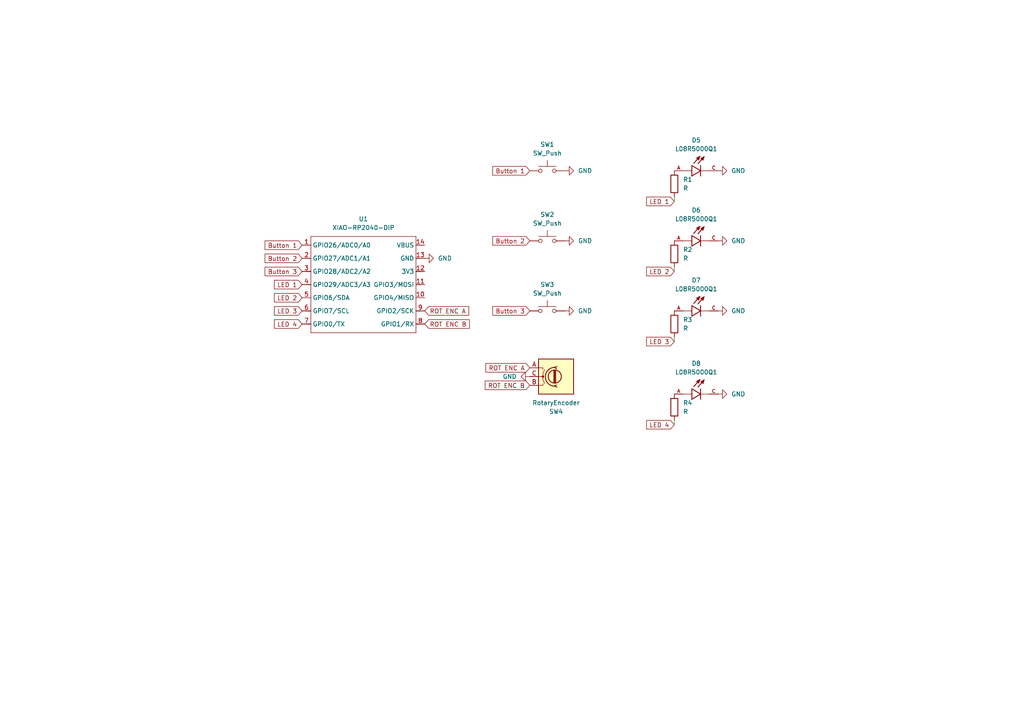
<source format=kicad_sch>
(kicad_sch (version 20250114) (generator "eeschema") (generator_version "9.0")
  (paper "A4")
  (lib_symbols
    (symbol "Device:R" (pin_numbers (hide yes)) (pin_names (offset 0))
      (property "Reference" "R" (at 2.032 0 90))
      (property "Value" "R" (at 0 0 90))
      (symbol "R_0_1"
        (rectangle (start -1.016 -2.54) (end 1.016 2.54) (stroke (width 0.254)))
      )
      (symbol "R_1_1"
        (pin passive line (at 0 3.81 270) (length 1.27) (name "~") (number "1"))
        (pin passive line (at 0 -3.81 90) (length 1.27) (name "~") (number "2"))
      )
    )
    (symbol "Device:RotaryEncoder" (pin_names (offset 0.254) (hide yes))
      (property "Reference" "SW" (at 0 6.604 0))
      (property "Value" "RotaryEncoder" (at 0 -6.604 0))
      (symbol "RotaryEncoder_0_1"
        (rectangle (start -5.08 5.08) (end 5.08 -5.08) (stroke (width 0.254)) (fill (type background)))
        (polyline (pts (xy -5.08 2.54) (xy -3.81 2.54) (xy -3.81 2.032)))
        (polyline (pts (xy -5.08 0) (xy -3.81 0) (xy -3.81 -1.016) (xy -3.302 -2.032)))
        (polyline (pts (xy -5.08 -2.54) (xy -3.81 -2.54) (xy -3.81 -2.032)))
        (polyline (pts (xy -4.318 0) (xy -3.81 0) (xy -3.81 1.016) (xy -3.302 2.032)))
        (circle (center -3.81 0) (radius 0.254) (fill (type outline)))
        (polyline (pts (xy -0.635 -1.778) (xy -0.635 1.778)) (stroke (width 0.254)))
        (circle (center -0.381 0) (radius 1.905) (stroke (width 0.254)))
        (polyline (pts (xy -0.381 -1.778) (xy -0.381 1.778)) (stroke (width 0.254)))
        (arc (start -0.381 -2.794) (mid -3.0988 -0.0635) (end -0.381 2.667) (stroke (width 0.254)))
        (polyline (pts (xy -0.127 1.778) (xy -0.127 -1.778)) (stroke (width 0.254)))
        (polyline (pts (xy 0.254 2.921) (xy -0.508 2.667) (xy 0.127 2.286)) (stroke (width 0.254)))
        (polyline (pts (xy 0.254 -3.048) (xy -0.508 -2.794) (xy 0.127 -2.413)) (stroke (width 0.254)))
      )
      (symbol "RotaryEncoder_1_1"
        (pin passive line (at -7.62 2.54 0) (length 2.54) (name "A") (number "A"))
        (pin passive line (at -7.62 0 0) (length 2.54) (name "C") (number "C"))
        (pin passive line (at -7.62 -2.54 0) (length 2.54) (name "B") (number "B"))
      )
    )
    (symbol "L08R5000Q1:L08R5000Q1" (pin_names (offset 1.016))
      (property "Reference" "D" (at -3.0988 4.4958 0))
      (property "Value" "L08R5000Q1" (at -3.556 -3.302 0))
      (symbol "L08R5000Q1_0_0"
        (polyline (pts (xy -2.54 1.524) (xy -2.54 0)) (stroke (width 0.254)))
        (polyline (pts (xy -2.54 0) (xy -5.08 0)) (stroke (width 0.1524)))
        (polyline (pts (xy -2.54 0) (xy -2.54 -1.524)) (stroke (width 0.254)))
        (polyline (pts (xy -2.54 -1.524) (xy 0 0)) (stroke (width 0.254)))
        (polyline (pts (xy -1.1176 3.683) (xy -0.2286 4.1656)) (stroke (width 0.254)))
        (polyline (pts (xy -0.9398 3.6068) (xy -0.7112 3.7592)) (stroke (width 0.254)))
        (polyline (pts (xy -0.5588 3.2004) (xy -1.1176 3.683)) (stroke (width 0.254)))
        (polyline (pts (xy -0.5588 3.2004) (xy -0.5334 3.937)) (stroke (width 0.254)))
        (polyline (pts (xy -0.5334 3.937) (xy -0.6604 3.937)) (stroke (width 0.254)))
        (polyline (pts (xy -0.2286 4.1656) (xy -2.0066 2.1336)) (stroke (width 0.254)))
        (polyline (pts (xy -0.2286 4.1656) (xy -0.5588 3.2004)) (stroke (width 0.254)))
        (polyline (pts (xy 0 1.524) (xy 0 0)) (stroke (width 0.254)))
        (polyline (pts (xy 0 0) (xy -2.54 1.524)) (stroke (width 0.254)))
        (polyline (pts (xy 0 0) (xy 0 -1.524)) (stroke (width 0.254)))
        (polyline (pts (xy 0.127 3.5814) (xy 1.016 4.064)) (stroke (width 0.254)))
        (polyline (pts (xy 0.3048 3.5052) (xy 0.5334 3.6576)) (stroke (width 0.254)))
        (polyline (pts (xy 0.6858 3.0988) (xy 0.127 3.5814)) (stroke (width 0.254)))
        (polyline (pts (xy 0.6858 3.0988) (xy 0.7112 3.8354)) (stroke (width 0.254)))
        (polyline (pts (xy 0.7112 3.8354) (xy 0.5842 3.8354)) (stroke (width 0.254)))
        (polyline (pts (xy 1.016 4.064) (xy -0.762 2.032)) (stroke (width 0.254)))
        (polyline (pts (xy 1.016 4.064) (xy 0.6858 3.0988)) (stroke (width 0.254)))
        (polyline (pts (xy 2.54 0) (xy 0 0)) (stroke (width 0.1524)))
        (pin passive line (at -7.62 0 0) (length 2.54) (name "~") (number "A"))
        (pin passive line (at 5.08 0 180) (length 2.54) (name "~") (number "C"))
      )
    )
    (symbol "OPL:XIAO-RP2040-DIP"
      (property "Reference" "U" (at 0 0 0))
      (property "Value" "XIAO-RP2040-DIP" (at 5.334 -1.778 0))
      (symbol "XIAO-RP2040-DIP_1_0"
        (polyline (pts (xy -1.27 -2.54) (xy 29.21 -2.54)) (stroke (width 0.1524)))
        (polyline (pts (xy -1.27 -5.08) (xy -2.54 -5.08)) (stroke (width 0.1524)))
        (polyline (pts (xy -1.27 -5.08) (xy -1.27 -2.54)) (stroke (width 0.1524)))
        (polyline (pts (xy -1.27 -8.89) (xy -2.54 -8.89)) (stroke (width 0.1524)))
        (polyline (pts (xy -1.27 -8.89) (xy -1.27 -5.08)) (stroke (width 0.1524)))
        (polyline (pts (xy -1.27 -12.7) (xy -2.54 -12.7)) (stroke (width 0.1524)))
        (polyline (pts (xy -1.27 -12.7) (xy -1.27 -8.89)) (stroke (width 0.1524)))
        (polyline (pts (xy -1.27 -16.51) (xy -2.54 -16.51)) (stroke (width 0.1524)))
        (polyline (pts (xy -1.27 -16.51) (xy -1.27 -12.7)) (stroke (width 0.1524)))
        (polyline (pts (xy -1.27 -20.32) (xy -2.54 -20.32)) (stroke (width 0.1524)))
        (polyline (pts (xy -1.27 -24.13) (xy -2.54 -24.13)) (stroke (width 0.1524)))
        (polyline (pts (xy -1.27 -27.94) (xy -2.54 -27.94)) (stroke (width 0.1524)))
        (polyline (pts (xy -1.27 -30.48) (xy -1.27 -16.51)) (stroke (width 0.1524)))
        (polyline (pts (xy 29.21 -2.54) (xy 29.21 -5.08)) (stroke (width 0.1524)))
        (polyline (pts (xy 29.21 -5.08) (xy 29.21 -8.89)) (stroke (width 0.1524)))
        (polyline (pts (xy 29.21 -8.89) (xy 29.21 -12.7)) (stroke (width 0.1524)))
        (polyline (pts (xy 29.21 -12.7) (xy 29.21 -30.48)) (stroke (width 0.1524)))
        (polyline (pts (xy 29.21 -30.48) (xy -1.27 -30.48)) (stroke (width 0.1524)))
        (polyline (pts (xy 30.48 -5.08) (xy 29.21 -5.08)) (stroke (width 0.1524)))
        (polyline (pts (xy 30.48 -8.89) (xy 29.21 -8.89)) (stroke (width 0.1524)))
        (polyline (pts (xy 30.48 -12.7) (xy 29.21 -12.7)) (stroke (width 0.1524)))
        (polyline (pts (xy 30.48 -16.51) (xy 29.21 -16.51)) (stroke (width 0.1524)))
        (polyline (pts (xy 30.48 -20.32) (xy 29.21 -20.32)) (stroke (width 0.1524)))
        (polyline (pts (xy 30.48 -24.13) (xy 29.21 -24.13)) (stroke (width 0.1524)))
        (polyline (pts (xy 30.48 -27.94) (xy 29.21 -27.94)) (stroke (width 0.1524)))
        (pin passive line (at -3.81 -5.08 0) (length 2.54) (name "GPIO26/ADC0/A0") (number "1"))
        (pin passive line (at -3.81 -8.89 0) (length 2.54) (name "GPIO27/ADC1/A1") (number "2"))
        (pin passive line (at -3.81 -12.7 0) (length 2.54) (name "GPIO28/ADC2/A2") (number "3"))
        (pin passive line (at -3.81 -16.51 0) (length 2.54) (name "GPIO29/ADC3/A3") (number "4"))
        (pin passive line (at -3.81 -20.32 0) (length 2.54) (name "GPIO6/SDA") (number "5"))
        (pin passive line (at -3.81 -24.13 0) (length 2.54) (name "GPIO7/SCL") (number "6"))
        (pin passive line (at -3.81 -27.94 0) (length 2.54) (name "GPIO0/TX") (number "7"))
        (pin passive line (at 31.75 -5.08 180) (length 2.54) (name "VBUS") (number "14"))
        (pin passive line (at 31.75 -8.89 180) (length 2.54) (name "GND") (number "13"))
        (pin passive line (at 31.75 -12.7 180) (length 2.54) (name "3V3") (number "12"))
        (pin passive line (at 31.75 -16.51 180) (length 2.54) (name "GPIO3/MOSI") (number "11"))
        (pin passive line (at 31.75 -20.32 180) (length 2.54) (name "GPIO4/MISO") (number "10"))
        (pin passive line (at 31.75 -24.13 180) (length 2.54) (name "GPIO2/SCK") (number "9"))
        (pin passive line (at 31.75 -27.94 180) (length 2.54) (name "GPIO1/RX") (number "8"))
      )
    )
    (symbol "Switch:SW_Push" (pin_numbers (hide yes)) (pin_names (offset 1.016) (hide yes))
      (property "Reference" "SW" (at 1.27 2.54 0))
      (property "Value" "SW_Push" (at 0 -1.524 0))
      (symbol "SW_Push_0_1"
        (circle (center -2.032 0) (radius 0.508))
        (polyline (pts (xy 0 1.27) (xy 0 3.048)))
        (circle (center 2.032 0) (radius 0.508))
        (polyline (pts (xy 2.54 1.27) (xy -2.54 1.27)))
        (pin passive line (at -5.08 0 0) (length 2.54) (name "1") (number "1"))
        (pin passive line (at 5.08 0 180) (length 2.54) (name "2") (number "2"))
      )
    )
    (symbol "power:GND" (power) (pin_numbers (hide yes)) (pin_names (offset 0) (hide yes))
      (property "Value" "GND" (at 0 -3.81 0))
      (symbol "GND_0_1"
        (polyline (pts (xy 0 0) (xy 0 -1.27) (xy 1.27 -1.27) (xy 0 -2.54) (xy -1.27 -1.27) (xy 0 -1.27)))
      )
      (symbol "GND_1_1"
        (pin power_in line (at 0 0 270) (length 0) (name "~") (number "1"))
      )
    )
  )
  (wire (pts (xy 195.58 58.42) (xy 195.58 57.15)))
  (wire (pts (xy 195.58 78.74) (xy 195.58 77.47)))
  (wire (pts (xy 195.58 123.19) (xy 195.58 121.92)))
  (wire (pts (xy 195.58 99.06) (xy 195.58 97.79)))
  (global_label "ROT ENC B" (shape input) (at 123.19 93.98 0) (property "Intersheetrefs" "${INTERSHEET_REFS}" (effects (hide yes))))
  (global_label "LED 1" (shape input) (at 87.63 82.55 180) (property "Intersheetrefs" "${INTERSHEET_REFS}" (effects (hide yes))))
  (global_label "LED 1" (shape input) (at 195.58 58.42 180) (property "Intersheetrefs" "${INTERSHEET_REFS}" (effects (hide yes))))
  (global_label "ROT ENC B" (shape input) (at 153.67 111.76 180) (property "Intersheetrefs" "${INTERSHEET_REFS}" (effects (hide yes))))
  (global_label "Button 3" (shape input) (at 153.67 90.17 180) (property "Intersheetrefs" "${INTERSHEET_REFS}" (effects (hide yes))))
  (global_label "Button 1" (shape input) (at 153.67 49.53 180) (property "Intersheetrefs" "${INTERSHEET_REFS}" (effects (hide yes))))
  (global_label "LED 4" (shape input) (at 87.63 93.98 180) (property "Intersheetrefs" "${INTERSHEET_REFS}" (effects (hide yes))))
  (global_label "LED 3" (shape input) (at 87.63 90.17 180) (property "Intersheetrefs" "${INTERSHEET_REFS}" (effects (hide yes))))
  (global_label "LED 2" (shape input) (at 195.58 78.74 180) (property "Intersheetrefs" "${INTERSHEET_REFS}" (effects (hide yes))))
  (global_label "Button 1" (shape input) (at 87.63 71.12 180) (property "Intersheetrefs" "${INTERSHEET_REFS}" (effects (hide yes))))
  (global_label "ROT ENC A" (shape input) (at 153.67 106.68 180) (property "Intersheetrefs" "${INTERSHEET_REFS}" (effects (hide yes))))
  (global_label "Button 2" (shape input) (at 153.67 69.85 180) (property "Intersheetrefs" "${INTERSHEET_REFS}" (effects (hide yes))))
  (global_label "Button 3" (shape input) (at 87.63 78.74 180) (property "Intersheetrefs" "${INTERSHEET_REFS}" (effects (hide yes))))
  (global_label "LED 3" (shape input) (at 195.58 99.06 180) (property "Intersheetrefs" "${INTERSHEET_REFS}" (effects (hide yes))))
  (global_label "Button 2" (shape input) (at 87.63 74.93 180) (property "Intersheetrefs" "${INTERSHEET_REFS}" (effects (hide yes))))
  (global_label "LED 4" (shape input) (at 195.58 123.19 180) (property "Intersheetrefs" "${INTERSHEET_REFS}" (effects (hide yes))))
  (global_label "LED 2" (shape input) (at 87.63 86.36 180) (property "Intersheetrefs" "${INTERSHEET_REFS}" (effects (hide yes))))
  (global_label "ROT ENC A" (shape input) (at 123.19 90.17 0) (property "Intersheetrefs" "${INTERSHEET_REFS}" (effects (hide yes))))
  (symbol (lib_id "L08R5000Q1:L08R5000Q1") (at 203.2 49.53 0) (unit 1)
    (property "Reference" "D5" (at 201.93 40.64 0))
    (property "Value" "L08R5000Q1" (at 201.93 43.18 0))
    (property "Footprint" "L08R5000Q1:LEDRD254W57D500H1070" (effects (hide yes)))
    (property "MF" "LED Technology" (effects (hide yes)))
    (property "MAXIMUM_PACKAGE_HEIGHT" "10.7mm" (effects (hide yes)))
    (property "Package" "None" (effects (hide yes)))
    (property "Price" "None" (effects (hide yes)))
    (property "Check_prices" "https://www.snapeda.com/parts/L08R5000Q1/LED+Technology/view-part/?ref=eda" (effects (hide yes)))
    (property "STANDARD" "IPC-7351B" (effects (hide yes)))
    (property "PARTREV" "NA" (effects (hide yes)))
    (property "SnapEDA_Link" "https://www.snapeda.com/parts/L08R5000Q1/LED+Technology/view-part/?ref=snap" (effects (hide yes)))
    (property "MP" "L08R5000Q1" (effects (hide yes)))
    (property "Description_1" "LED, 5MM, ORANGE; LED / Lamp Size: 5mm / T-1 3/4; LED Colour: Orange; Typ Luminous Intensity: 4.3mcd; Viewing Angle: ..." (effects (hide yes)))
    (property "Availability" "Not in stock" (effects (hide yes)))
    (property "MANUFACTURER" "LED TECHNOLOGY" (effects (hide yes)))
  )
  (symbol (lib_id "power:GND") (at 163.83 69.85 90) (unit 1)
    (property "Reference" "#PWR04" (effects (hide yes)))
    (property "Value" "GND" (at 167.64 69.8499 90) (effects (justify right)))
    (property "Description" "Power symbol creates a global label with name \"GND\" , ground" (effects (hide yes)))
  )
  (symbol (lib_id "power:GND") (at 208.28 90.17 90) (unit 1)
    (property "Reference" "#PWR08" (effects (hide yes)))
    (property "Value" "GND" (at 212.09 90.1699 90) (effects (justify right)))
    (property "Description" "Power symbol creates a global label with name \"GND\" , ground" (effects (hide yes)))
  )
  (symbol (lib_id "OPL:XIAO-RP2040-DIP") (at 91.44 66.04 0) (unit 1)
    (property "Reference" "U1" (at 105.41 63.5 0))
    (property "Value" "XIAO-RP2040-DIP" (at 105.41 66.04 0))
    (property "Footprint" "OPH:XIAO-RP2040-DIP" (effects (hide yes)))
  )
  (symbol (lib_id "Switch:SW_Push") (at 158.75 90.17 0) (unit 1)
    (property "Reference" "SW3" (at 158.75 82.55 0))
    (property "Value" "SW_Push" (at 158.75 85.09 0))
    (property "Footprint" "Button_Switch_Keyboard:SW_Cherry_MX_1.00u_PCB" (effects (hide yes)))
    (property "Description" "Push button switch, generic, two pins" (effects (hide yes)))
  )
  (symbol (lib_id "Device:R") (at 195.58 53.34 0) (unit 1)
    (property "Reference" "R1" (at 198.12 52.0699 0) (effects (justify left)))
    (property "Value" "R" (at 198.12 54.6099 0) (effects (justify left)))
    (property "Footprint" "Resistor_THT:R_Axial_DIN0204_L3.6mm_D1.6mm_P5.08mm_Horizontal" (effects (hide yes)))
    (property "Description" "Resistor" (effects (hide yes)))
  )
  (symbol (lib_id "power:GND") (at 123.19 74.93 90) (unit 1)
    (property "Reference" "#PWR02" (effects (hide yes)))
    (property "Value" "GND" (at 127 74.9299 90) (effects (justify right)))
    (property "Description" "Power symbol creates a global label with name \"GND\" , ground" (effects (hide yes)))
  )
  (symbol (lib_id "power:GND") (at 208.28 114.3 90) (unit 1)
    (property "Reference" "#PWR09" (effects (hide yes)))
    (property "Value" "GND" (at 212.09 114.2999 90) (effects (justify right)))
    (property "Description" "Power symbol creates a global label with name \"GND\" , ground" (effects (hide yes)))
  )
  (symbol (lib_id "L08R5000Q1:L08R5000Q1") (at 203.2 69.85 0) (unit 1)
    (property "Reference" "D6" (at 201.93 60.96 0))
    (property "Value" "L08R5000Q1" (at 201.93 63.5 0))
    (property "Footprint" "L08R5000Q1:LEDRD254W57D500H1070" (effects (hide yes)))
    (property "MF" "LED Technology" (effects (hide yes)))
    (property "MAXIMUM_PACKAGE_HEIGHT" "10.7mm" (effects (hide yes)))
    (property "Package" "None" (effects (hide yes)))
    (property "Price" "None" (effects (hide yes)))
    (property "Check_prices" "https://www.snapeda.com/parts/L08R5000Q1/LED+Technology/view-part/?ref=eda" (effects (hide yes)))
    (property "STANDARD" "IPC-7351B" (effects (hide yes)))
    (property "PARTREV" "NA" (effects (hide yes)))
    (property "SnapEDA_Link" "https://www.snapeda.com/parts/L08R5000Q1/LED+Technology/view-part/?ref=snap" (effects (hide yes)))
    (property "MP" "L08R5000Q1" (effects (hide yes)))
    (property "Description_1" "LED, 5MM, ORANGE; LED / Lamp Size: 5mm / T-1 3/4; LED Colour: Orange; Typ Luminous Intensity: 4.3mcd; Viewing Angle: ..." (effects (hide yes)))
    (property "Availability" "Not in stock" (effects (hide yes)))
    (property "MANUFACTURER" "LED TECHNOLOGY" (effects (hide yes)))
  )
  (symbol (lib_id "power:GND") (at 208.28 49.53 90) (unit 1)
    (property "Reference" "#PWR06" (effects (hide yes)))
    (property "Value" "GND" (at 212.09 49.5299 90) (effects (justify right)))
    (property "Description" "Power symbol creates a global label with name \"GND\" , ground" (effects (hide yes)))
  )
  (symbol (lib_id "power:GND") (at 208.28 69.85 90) (unit 1)
    (property "Reference" "#PWR07" (effects (hide yes)))
    (property "Value" "GND" (at 212.09 69.8499 90) (effects (justify right)))
    (property "Description" "Power symbol creates a global label with name \"GND\" , ground" (effects (hide yes)))
  )
  (symbol (lib_id "Switch:SW_Push") (at 158.75 49.53 0) (unit 1)
    (property "Reference" "SW1" (at 158.75 41.91 0))
    (property "Value" "SW_Push" (at 158.75 44.45 0))
    (property "Footprint" "Button_Switch_Keyboard:SW_Cherry_MX_1.00u_PCB" (effects (hide yes)))
    (property "Description" "Push button switch, generic, two pins" (effects (hide yes)))
  )
  (symbol (lib_id "Device:R") (at 195.58 93.98 0) (unit 1)
    (property "Reference" "R3" (at 198.12 92.7099 0) (effects (justify left)))
    (property "Value" "R" (at 198.12 95.2499 0) (effects (justify left)))
    (property "Footprint" "Resistor_THT:R_Axial_DIN0204_L3.6mm_D1.6mm_P5.08mm_Horizontal" (effects (hide yes)))
    (property "Description" "Resistor" (effects (hide yes)))
  )
  (symbol (lib_id "Device:R") (at 195.58 73.66 0) (unit 1)
    (property "Reference" "R2" (at 198.12 72.3899 0) (effects (justify left)))
    (property "Value" "R" (at 198.12 74.9299 0) (effects (justify left)))
    (property "Footprint" "Resistor_THT:R_Axial_DIN0204_L3.6mm_D1.6mm_P5.08mm_Horizontal" (effects (hide yes)))
    (property "Description" "Resistor" (effects (hide yes)))
  )
  (symbol (lib_id "Switch:SW_Push") (at 158.75 69.85 0) (unit 1)
    (property "Reference" "SW2" (at 158.75 62.23 0))
    (property "Value" "SW_Push" (at 158.75 64.77 0))
    (property "Footprint" "Button_Switch_Keyboard:SW_Cherry_MX_1.00u_PCB" (effects (hide yes)))
    (property "Description" "Push button switch, generic, two pins" (effects (hide yes)))
  )
  (symbol (lib_id "Device:R") (at 195.58 118.11 0) (unit 1)
    (property "Reference" "R4" (at 198.12 116.8399 0) (effects (justify left)))
    (property "Value" "R" (at 198.12 119.3799 0) (effects (justify left)))
    (property "Footprint" "Resistor_THT:R_Axial_DIN0204_L3.6mm_D1.6mm_P5.08mm_Horizontal" (effects (hide yes)))
    (property "Description" "Resistor" (effects (hide yes)))
  )
  (symbol (lib_id "L08R5000Q1:L08R5000Q1") (at 203.2 114.3 0) (unit 1)
    (property "Reference" "D8" (at 201.93 105.41 0))
    (property "Value" "L08R5000Q1" (at 201.93 107.95 0))
    (property "Footprint" "L08R5000Q1:LEDRD254W57D500H1070" (effects (hide yes)))
    (property "MF" "LED Technology" (effects (hide yes)))
    (property "MAXIMUM_PACKAGE_HEIGHT" "10.7mm" (effects (hide yes)))
    (property "Package" "None" (effects (hide yes)))
    (property "Price" "None" (effects (hide yes)))
    (property "Check_prices" "https://www.snapeda.com/parts/L08R5000Q1/LED+Technology/view-part/?ref=eda" (effects (hide yes)))
    (property "STANDARD" "IPC-7351B" (effects (hide yes)))
    (property "PARTREV" "NA" (effects (hide yes)))
    (property "SnapEDA_Link" "https://www.snapeda.com/parts/L08R5000Q1/LED+Technology/view-part/?ref=snap" (effects (hide yes)))
    (property "MP" "L08R5000Q1" (effects (hide yes)))
    (property "Description_1" "LED, 5MM, ORANGE; LED / Lamp Size: 5mm / T-1 3/4; LED Colour: Orange; Typ Luminous Intensity: 4.3mcd; Viewing Angle: ..." (effects (hide yes)))
    (property "Availability" "Not in stock" (effects (hide yes)))
    (property "MANUFACTURER" "LED TECHNOLOGY" (effects (hide yes)))
  )
  (symbol (lib_id "power:GND") (at 153.67 109.22 270) (unit 1)
    (property "Reference" "#PWR01" (effects (hide yes)))
    (property "Value" "GND" (at 149.86 109.2201 90) (effects (justify right)))
    (property "Description" "Power symbol creates a global label with name \"GND\" , ground" (effects (hide yes)))
  )
  (symbol (lib_id "Device:RotaryEncoder") (at 161.29 109.22 0) (unit 1)
    (property "Reference" "SW4" (at 161.29 119.38 0))
    (property "Value" "RotaryEncoder" (at 161.29 116.84 0))
    (property "Footprint" "Rotary_Encoder:RotaryEncoder_Alps_EC11E_Vertical_H20mm" (effects (hide yes)))
    (property "Description" "Rotary encoder, dual channel, incremental quadrate outputs" (effects (hide yes)))
  )
  (symbol (lib_id "power:GND") (at 163.83 90.17 90) (unit 1)
    (property "Reference" "#PWR05" (effects (hide yes)))
    (property "Value" "GND" (at 167.64 90.1699 90) (effects (justify right)))
    (property "Description" "Power symbol creates a global label with name \"GND\" , ground" (effects (hide yes)))
  )
  (symbol (lib_id "L08R5000Q1:L08R5000Q1") (at 203.2 90.17 0) (unit 1)
    (property "Reference" "D7" (at 201.93 81.28 0))
    (property "Value" "L08R5000Q1" (at 201.93 83.82 0))
    (property "Footprint" "L08R5000Q1:LEDRD254W57D500H1070" (effects (hide yes)))
    (property "MF" "LED Technology" (effects (hide yes)))
    (property "MAXIMUM_PACKAGE_HEIGHT" "10.7mm" (effects (hide yes)))
    (property "Package" "None" (effects (hide yes)))
    (property "Price" "None" (effects (hide yes)))
    (property "Check_prices" "https://www.snapeda.com/parts/L08R5000Q1/LED+Technology/view-part/?ref=eda" (effects (hide yes)))
    (property "STANDARD" "IPC-7351B" (effects (hide yes)))
    (property "PARTREV" "NA" (effects (hide yes)))
    (property "SnapEDA_Link" "https://www.snapeda.com/parts/L08R5000Q1/LED+Technology/view-part/?ref=snap" (effects (hide yes)))
    (property "MP" "L08R5000Q1" (effects (hide yes)))
    (property "Description_1" "LED, 5MM, ORANGE; LED / Lamp Size: 5mm / T-1 3/4; LED Colour: Orange; Typ Luminous Intensity: 4.3mcd; Viewing Angle: ..." (effects (hide yes)))
    (property "Availability" "Not in stock" (effects (hide yes)))
    (property "MANUFACTURER" "LED TECHNOLOGY" (effects (hide yes)))
  )
  (symbol (lib_id "power:GND") (at 163.83 49.53 90) (unit 1)
    (property "Reference" "#PWR03" (effects (hide yes)))
    (property "Value" "GND" (at 167.64 49.5299 90) (effects (justify right)))
    (property "Description" "Power symbol creates a global label with name \"GND\" , ground" (effects (hide yes)))
  )
)
</source>
